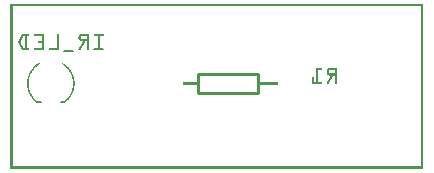
<source format=gbo>
G04 MADE WITH FRITZING*
G04 WWW.FRITZING.ORG*
G04 DOUBLE SIDED*
G04 HOLES PLATED*
G04 CONTOUR ON CENTER OF CONTOUR VECTOR*
%ASAXBY*%
%FSLAX23Y23*%
%MOIN*%
%OFA0B0*%
%SFA1.0B1.0*%
%ADD10C,0.010000*%
%ADD11R,0.001000X0.001000*%
%LNSILK0*%
G90*
G70*
G54D10*
X826Y318D02*
X626Y318D01*
D02*
X626Y318D02*
X626Y252D01*
D02*
X626Y252D02*
X826Y252D01*
D02*
X826Y252D02*
X826Y318D01*
G54D11*
X0Y551D02*
X1376Y551D01*
X0Y550D02*
X1376Y550D01*
X0Y549D02*
X1376Y549D01*
X0Y548D02*
X1376Y548D01*
X0Y547D02*
X1376Y547D01*
X0Y546D02*
X1376Y546D01*
X0Y545D02*
X1376Y545D01*
X0Y544D02*
X1376Y544D01*
X0Y543D02*
X7Y543D01*
X1369Y543D02*
X1376Y543D01*
X0Y542D02*
X7Y542D01*
X1369Y542D02*
X1376Y542D01*
X0Y541D02*
X7Y541D01*
X1369Y541D02*
X1376Y541D01*
X0Y540D02*
X7Y540D01*
X1369Y540D02*
X1376Y540D01*
X0Y539D02*
X7Y539D01*
X1369Y539D02*
X1376Y539D01*
X0Y538D02*
X7Y538D01*
X1369Y538D02*
X1376Y538D01*
X0Y537D02*
X7Y537D01*
X1369Y537D02*
X1376Y537D01*
X0Y536D02*
X7Y536D01*
X1369Y536D02*
X1376Y536D01*
X0Y535D02*
X7Y535D01*
X1369Y535D02*
X1376Y535D01*
X0Y534D02*
X7Y534D01*
X1369Y534D02*
X1376Y534D01*
X0Y533D02*
X7Y533D01*
X1369Y533D02*
X1376Y533D01*
X0Y532D02*
X7Y532D01*
X1369Y532D02*
X1376Y532D01*
X0Y531D02*
X7Y531D01*
X1369Y531D02*
X1376Y531D01*
X0Y530D02*
X7Y530D01*
X1369Y530D02*
X1376Y530D01*
X0Y529D02*
X7Y529D01*
X1369Y529D02*
X1376Y529D01*
X0Y528D02*
X7Y528D01*
X1369Y528D02*
X1376Y528D01*
X0Y527D02*
X7Y527D01*
X1369Y527D02*
X1376Y527D01*
X0Y526D02*
X7Y526D01*
X1369Y526D02*
X1376Y526D01*
X0Y525D02*
X7Y525D01*
X1369Y525D02*
X1376Y525D01*
X0Y524D02*
X7Y524D01*
X1369Y524D02*
X1376Y524D01*
X0Y523D02*
X7Y523D01*
X1369Y523D02*
X1376Y523D01*
X0Y522D02*
X7Y522D01*
X1369Y522D02*
X1376Y522D01*
X0Y521D02*
X7Y521D01*
X1369Y521D02*
X1376Y521D01*
X0Y520D02*
X7Y520D01*
X1369Y520D02*
X1376Y520D01*
X0Y519D02*
X7Y519D01*
X1369Y519D02*
X1376Y519D01*
X0Y518D02*
X7Y518D01*
X1369Y518D02*
X1376Y518D01*
X0Y517D02*
X7Y517D01*
X1369Y517D02*
X1376Y517D01*
X0Y516D02*
X7Y516D01*
X1369Y516D02*
X1376Y516D01*
X0Y515D02*
X7Y515D01*
X1369Y515D02*
X1376Y515D01*
X0Y514D02*
X7Y514D01*
X1369Y514D02*
X1376Y514D01*
X0Y513D02*
X7Y513D01*
X1369Y513D02*
X1376Y513D01*
X0Y512D02*
X7Y512D01*
X1369Y512D02*
X1376Y512D01*
X0Y511D02*
X7Y511D01*
X1369Y511D02*
X1376Y511D01*
X0Y510D02*
X7Y510D01*
X1369Y510D02*
X1376Y510D01*
X0Y509D02*
X7Y509D01*
X1369Y509D02*
X1376Y509D01*
X0Y508D02*
X7Y508D01*
X1369Y508D02*
X1376Y508D01*
X0Y507D02*
X7Y507D01*
X1369Y507D02*
X1376Y507D01*
X0Y506D02*
X7Y506D01*
X1369Y506D02*
X1376Y506D01*
X0Y505D02*
X7Y505D01*
X1369Y505D02*
X1376Y505D01*
X0Y504D02*
X7Y504D01*
X1369Y504D02*
X1376Y504D01*
X0Y503D02*
X7Y503D01*
X1369Y503D02*
X1376Y503D01*
X0Y502D02*
X7Y502D01*
X1369Y502D02*
X1376Y502D01*
X0Y501D02*
X7Y501D01*
X1369Y501D02*
X1376Y501D01*
X0Y500D02*
X7Y500D01*
X1369Y500D02*
X1376Y500D01*
X0Y499D02*
X7Y499D01*
X1369Y499D02*
X1376Y499D01*
X0Y498D02*
X7Y498D01*
X1369Y498D02*
X1376Y498D01*
X0Y497D02*
X7Y497D01*
X1369Y497D02*
X1376Y497D01*
X0Y496D02*
X7Y496D01*
X1369Y496D02*
X1376Y496D01*
X0Y495D02*
X7Y495D01*
X1369Y495D02*
X1376Y495D01*
X0Y494D02*
X7Y494D01*
X1369Y494D02*
X1376Y494D01*
X0Y493D02*
X7Y493D01*
X1369Y493D02*
X1376Y493D01*
X0Y492D02*
X7Y492D01*
X1369Y492D02*
X1376Y492D01*
X0Y491D02*
X7Y491D01*
X1369Y491D02*
X1376Y491D01*
X0Y490D02*
X7Y490D01*
X1369Y490D02*
X1376Y490D01*
X0Y489D02*
X7Y489D01*
X1369Y489D02*
X1376Y489D01*
X0Y488D02*
X7Y488D01*
X1369Y488D02*
X1376Y488D01*
X0Y487D02*
X7Y487D01*
X1369Y487D02*
X1376Y487D01*
X0Y486D02*
X7Y486D01*
X1369Y486D02*
X1376Y486D01*
X0Y485D02*
X7Y485D01*
X1369Y485D02*
X1376Y485D01*
X0Y484D02*
X7Y484D01*
X1369Y484D02*
X1376Y484D01*
X0Y483D02*
X7Y483D01*
X1369Y483D02*
X1376Y483D01*
X0Y482D02*
X7Y482D01*
X1369Y482D02*
X1376Y482D01*
X0Y481D02*
X7Y481D01*
X1369Y481D02*
X1376Y481D01*
X0Y480D02*
X7Y480D01*
X1369Y480D02*
X1376Y480D01*
X0Y479D02*
X7Y479D01*
X1369Y479D02*
X1376Y479D01*
X0Y478D02*
X7Y478D01*
X1369Y478D02*
X1376Y478D01*
X0Y477D02*
X7Y477D01*
X1369Y477D02*
X1376Y477D01*
X0Y476D02*
X7Y476D01*
X1369Y476D02*
X1376Y476D01*
X0Y475D02*
X7Y475D01*
X1369Y475D02*
X1376Y475D01*
X0Y474D02*
X7Y474D01*
X1369Y474D02*
X1376Y474D01*
X0Y473D02*
X7Y473D01*
X1369Y473D02*
X1376Y473D01*
X0Y472D02*
X7Y472D01*
X1369Y472D02*
X1376Y472D01*
X0Y471D02*
X7Y471D01*
X1369Y471D02*
X1376Y471D01*
X0Y470D02*
X7Y470D01*
X1369Y470D02*
X1376Y470D01*
X0Y469D02*
X7Y469D01*
X1369Y469D02*
X1376Y469D01*
X0Y468D02*
X7Y468D01*
X1369Y468D02*
X1376Y468D01*
X0Y467D02*
X7Y467D01*
X1369Y467D02*
X1376Y467D01*
X0Y466D02*
X7Y466D01*
X1369Y466D02*
X1376Y466D01*
X0Y465D02*
X7Y465D01*
X1369Y465D02*
X1376Y465D01*
X0Y464D02*
X7Y464D01*
X1369Y464D02*
X1376Y464D01*
X0Y463D02*
X7Y463D01*
X1369Y463D02*
X1376Y463D01*
X0Y462D02*
X7Y462D01*
X1369Y462D02*
X1376Y462D01*
X0Y461D02*
X7Y461D01*
X1369Y461D02*
X1376Y461D01*
X0Y460D02*
X7Y460D01*
X1369Y460D02*
X1376Y460D01*
X0Y459D02*
X7Y459D01*
X1369Y459D02*
X1376Y459D01*
X0Y458D02*
X7Y458D01*
X1369Y458D02*
X1376Y458D01*
X0Y457D02*
X7Y457D01*
X1369Y457D02*
X1376Y457D01*
X0Y456D02*
X7Y456D01*
X1369Y456D02*
X1376Y456D01*
X0Y455D02*
X7Y455D01*
X1369Y455D02*
X1376Y455D01*
X0Y454D02*
X7Y454D01*
X1369Y454D02*
X1376Y454D01*
X0Y453D02*
X7Y453D01*
X1369Y453D02*
X1376Y453D01*
X0Y452D02*
X7Y452D01*
X1369Y452D02*
X1376Y452D01*
X0Y451D02*
X7Y451D01*
X1369Y451D02*
X1376Y451D01*
X0Y450D02*
X7Y450D01*
X1369Y450D02*
X1376Y450D01*
X0Y449D02*
X7Y449D01*
X41Y449D02*
X60Y449D01*
X79Y449D02*
X111Y449D01*
X156Y449D02*
X160Y449D01*
X233Y449D02*
X261Y449D01*
X278Y449D02*
X310Y449D01*
X1369Y449D02*
X1376Y449D01*
X0Y448D02*
X7Y448D01*
X40Y448D02*
X60Y448D01*
X78Y448D02*
X111Y448D01*
X155Y448D02*
X160Y448D01*
X232Y448D02*
X261Y448D01*
X278Y448D02*
X310Y448D01*
X1369Y448D02*
X1376Y448D01*
X0Y447D02*
X7Y447D01*
X38Y447D02*
X61Y447D01*
X77Y447D02*
X111Y447D01*
X155Y447D02*
X161Y447D01*
X231Y447D02*
X261Y447D01*
X277Y447D02*
X311Y447D01*
X1369Y447D02*
X1376Y447D01*
X0Y446D02*
X7Y446D01*
X37Y446D02*
X61Y446D01*
X77Y446D02*
X111Y446D01*
X155Y446D02*
X161Y446D01*
X230Y446D02*
X261Y446D01*
X277Y446D02*
X311Y446D01*
X1369Y446D02*
X1376Y446D01*
X0Y445D02*
X7Y445D01*
X37Y445D02*
X61Y445D01*
X78Y445D02*
X111Y445D01*
X155Y445D02*
X161Y445D01*
X229Y445D02*
X261Y445D01*
X278Y445D02*
X310Y445D01*
X1369Y445D02*
X1376Y445D01*
X0Y444D02*
X7Y444D01*
X36Y444D02*
X60Y444D01*
X78Y444D02*
X111Y444D01*
X155Y444D02*
X161Y444D01*
X228Y444D02*
X261Y444D01*
X278Y444D02*
X310Y444D01*
X1369Y444D02*
X1376Y444D01*
X0Y443D02*
X7Y443D01*
X36Y443D02*
X58Y443D01*
X81Y443D02*
X111Y443D01*
X155Y443D02*
X161Y443D01*
X228Y443D02*
X261Y443D01*
X280Y443D02*
X308Y443D01*
X1369Y443D02*
X1376Y443D01*
X0Y442D02*
X7Y442D01*
X35Y442D02*
X42Y442D01*
X48Y442D02*
X54Y442D01*
X105Y442D02*
X111Y442D01*
X155Y442D02*
X161Y442D01*
X228Y442D02*
X234Y442D01*
X255Y442D02*
X261Y442D01*
X291Y442D02*
X297Y442D01*
X1369Y442D02*
X1376Y442D01*
X0Y441D02*
X7Y441D01*
X35Y441D02*
X41Y441D01*
X48Y441D02*
X54Y441D01*
X105Y441D02*
X111Y441D01*
X155Y441D02*
X161Y441D01*
X227Y441D02*
X234Y441D01*
X255Y441D02*
X261Y441D01*
X291Y441D02*
X297Y441D01*
X1369Y441D02*
X1376Y441D01*
X0Y440D02*
X7Y440D01*
X34Y440D02*
X41Y440D01*
X48Y440D02*
X54Y440D01*
X105Y440D02*
X111Y440D01*
X155Y440D02*
X161Y440D01*
X227Y440D02*
X233Y440D01*
X255Y440D02*
X261Y440D01*
X291Y440D02*
X297Y440D01*
X1369Y440D02*
X1376Y440D01*
X0Y439D02*
X7Y439D01*
X34Y439D02*
X40Y439D01*
X48Y439D02*
X54Y439D01*
X105Y439D02*
X111Y439D01*
X155Y439D02*
X161Y439D01*
X227Y439D02*
X233Y439D01*
X255Y439D02*
X261Y439D01*
X291Y439D02*
X297Y439D01*
X1369Y439D02*
X1376Y439D01*
X0Y438D02*
X7Y438D01*
X33Y438D02*
X40Y438D01*
X48Y438D02*
X54Y438D01*
X105Y438D02*
X111Y438D01*
X155Y438D02*
X161Y438D01*
X227Y438D02*
X233Y438D01*
X255Y438D02*
X261Y438D01*
X291Y438D02*
X297Y438D01*
X1369Y438D02*
X1376Y438D01*
X0Y437D02*
X7Y437D01*
X33Y437D02*
X39Y437D01*
X48Y437D02*
X54Y437D01*
X105Y437D02*
X111Y437D01*
X155Y437D02*
X161Y437D01*
X227Y437D02*
X233Y437D01*
X255Y437D02*
X261Y437D01*
X291Y437D02*
X297Y437D01*
X1369Y437D02*
X1376Y437D01*
X0Y436D02*
X7Y436D01*
X32Y436D02*
X39Y436D01*
X48Y436D02*
X54Y436D01*
X105Y436D02*
X111Y436D01*
X155Y436D02*
X161Y436D01*
X227Y436D02*
X233Y436D01*
X255Y436D02*
X261Y436D01*
X291Y436D02*
X297Y436D01*
X1369Y436D02*
X1376Y436D01*
X0Y435D02*
X7Y435D01*
X32Y435D02*
X38Y435D01*
X48Y435D02*
X54Y435D01*
X105Y435D02*
X111Y435D01*
X155Y435D02*
X161Y435D01*
X227Y435D02*
X233Y435D01*
X255Y435D02*
X261Y435D01*
X291Y435D02*
X297Y435D01*
X1369Y435D02*
X1376Y435D01*
X0Y434D02*
X7Y434D01*
X31Y434D02*
X38Y434D01*
X48Y434D02*
X54Y434D01*
X105Y434D02*
X111Y434D01*
X155Y434D02*
X161Y434D01*
X227Y434D02*
X234Y434D01*
X255Y434D02*
X261Y434D01*
X291Y434D02*
X297Y434D01*
X1369Y434D02*
X1376Y434D01*
X0Y433D02*
X7Y433D01*
X31Y433D02*
X37Y433D01*
X48Y433D02*
X54Y433D01*
X105Y433D02*
X111Y433D01*
X155Y433D02*
X161Y433D01*
X228Y433D02*
X235Y433D01*
X255Y433D02*
X261Y433D01*
X291Y433D02*
X297Y433D01*
X1369Y433D02*
X1376Y433D01*
X0Y432D02*
X7Y432D01*
X30Y432D02*
X37Y432D01*
X48Y432D02*
X54Y432D01*
X105Y432D02*
X111Y432D01*
X155Y432D02*
X161Y432D01*
X228Y432D02*
X261Y432D01*
X291Y432D02*
X297Y432D01*
X1369Y432D02*
X1376Y432D01*
X0Y431D02*
X7Y431D01*
X30Y431D02*
X36Y431D01*
X48Y431D02*
X54Y431D01*
X105Y431D02*
X111Y431D01*
X155Y431D02*
X161Y431D01*
X228Y431D02*
X261Y431D01*
X291Y431D02*
X297Y431D01*
X1369Y431D02*
X1376Y431D01*
X0Y430D02*
X7Y430D01*
X29Y430D02*
X36Y430D01*
X48Y430D02*
X54Y430D01*
X105Y430D02*
X111Y430D01*
X155Y430D02*
X161Y430D01*
X229Y430D02*
X261Y430D01*
X291Y430D02*
X297Y430D01*
X1369Y430D02*
X1376Y430D01*
X0Y429D02*
X7Y429D01*
X29Y429D02*
X35Y429D01*
X48Y429D02*
X54Y429D01*
X105Y429D02*
X111Y429D01*
X155Y429D02*
X161Y429D01*
X230Y429D02*
X261Y429D01*
X291Y429D02*
X297Y429D01*
X1369Y429D02*
X1376Y429D01*
X0Y428D02*
X7Y428D01*
X28Y428D02*
X35Y428D01*
X48Y428D02*
X54Y428D01*
X105Y428D02*
X111Y428D01*
X155Y428D02*
X161Y428D01*
X231Y428D02*
X261Y428D01*
X291Y428D02*
X297Y428D01*
X1369Y428D02*
X1376Y428D01*
X0Y427D02*
X7Y427D01*
X28Y427D02*
X34Y427D01*
X48Y427D02*
X54Y427D01*
X105Y427D02*
X111Y427D01*
X155Y427D02*
X161Y427D01*
X232Y427D02*
X261Y427D01*
X291Y427D02*
X297Y427D01*
X1369Y427D02*
X1376Y427D01*
X0Y426D02*
X7Y426D01*
X28Y426D02*
X34Y426D01*
X48Y426D02*
X54Y426D01*
X93Y426D02*
X111Y426D01*
X155Y426D02*
X161Y426D01*
X234Y426D02*
X261Y426D01*
X291Y426D02*
X297Y426D01*
X1369Y426D02*
X1376Y426D01*
X0Y425D02*
X7Y425D01*
X27Y425D02*
X34Y425D01*
X48Y425D02*
X54Y425D01*
X92Y425D02*
X111Y425D01*
X155Y425D02*
X161Y425D01*
X241Y425D02*
X249Y425D01*
X255Y425D02*
X261Y425D01*
X291Y425D02*
X297Y425D01*
X1369Y425D02*
X1376Y425D01*
X0Y424D02*
X7Y424D01*
X27Y424D02*
X33Y424D01*
X48Y424D02*
X54Y424D01*
X91Y424D02*
X111Y424D01*
X155Y424D02*
X161Y424D01*
X241Y424D02*
X248Y424D01*
X255Y424D02*
X261Y424D01*
X291Y424D02*
X297Y424D01*
X1369Y424D02*
X1376Y424D01*
X0Y423D02*
X7Y423D01*
X27Y423D02*
X33Y423D01*
X48Y423D02*
X54Y423D01*
X91Y423D02*
X111Y423D01*
X155Y423D02*
X161Y423D01*
X240Y423D02*
X248Y423D01*
X255Y423D02*
X261Y423D01*
X291Y423D02*
X297Y423D01*
X1369Y423D02*
X1376Y423D01*
X0Y422D02*
X7Y422D01*
X27Y422D02*
X33Y422D01*
X48Y422D02*
X54Y422D01*
X91Y422D02*
X111Y422D01*
X155Y422D02*
X161Y422D01*
X240Y422D02*
X247Y422D01*
X255Y422D02*
X261Y422D01*
X291Y422D02*
X297Y422D01*
X1369Y422D02*
X1376Y422D01*
X0Y421D02*
X7Y421D01*
X27Y421D02*
X34Y421D01*
X48Y421D02*
X54Y421D01*
X92Y421D02*
X111Y421D01*
X155Y421D02*
X161Y421D01*
X239Y421D02*
X246Y421D01*
X255Y421D02*
X261Y421D01*
X291Y421D02*
X297Y421D01*
X1369Y421D02*
X1376Y421D01*
X0Y420D02*
X7Y420D01*
X28Y420D02*
X34Y420D01*
X48Y420D02*
X54Y420D01*
X93Y420D02*
X111Y420D01*
X155Y420D02*
X161Y420D01*
X239Y420D02*
X246Y420D01*
X255Y420D02*
X261Y420D01*
X291Y420D02*
X297Y420D01*
X1369Y420D02*
X1376Y420D01*
X0Y419D02*
X7Y419D01*
X28Y419D02*
X34Y419D01*
X48Y419D02*
X54Y419D01*
X105Y419D02*
X111Y419D01*
X155Y419D02*
X161Y419D01*
X238Y419D02*
X245Y419D01*
X255Y419D02*
X261Y419D01*
X291Y419D02*
X297Y419D01*
X1369Y419D02*
X1376Y419D01*
X0Y418D02*
X7Y418D01*
X28Y418D02*
X35Y418D01*
X48Y418D02*
X54Y418D01*
X105Y418D02*
X111Y418D01*
X155Y418D02*
X161Y418D01*
X238Y418D02*
X245Y418D01*
X255Y418D02*
X261Y418D01*
X291Y418D02*
X297Y418D01*
X1369Y418D02*
X1376Y418D01*
X0Y417D02*
X7Y417D01*
X29Y417D02*
X35Y417D01*
X48Y417D02*
X54Y417D01*
X105Y417D02*
X111Y417D01*
X155Y417D02*
X161Y417D01*
X237Y417D02*
X244Y417D01*
X255Y417D02*
X261Y417D01*
X291Y417D02*
X297Y417D01*
X1369Y417D02*
X1376Y417D01*
X0Y416D02*
X7Y416D01*
X29Y416D02*
X36Y416D01*
X48Y416D02*
X54Y416D01*
X105Y416D02*
X111Y416D01*
X155Y416D02*
X161Y416D01*
X236Y416D02*
X244Y416D01*
X255Y416D02*
X261Y416D01*
X291Y416D02*
X297Y416D01*
X1369Y416D02*
X1376Y416D01*
X0Y415D02*
X7Y415D01*
X29Y415D02*
X36Y415D01*
X48Y415D02*
X54Y415D01*
X105Y415D02*
X111Y415D01*
X155Y415D02*
X161Y415D01*
X236Y415D02*
X243Y415D01*
X255Y415D02*
X261Y415D01*
X291Y415D02*
X297Y415D01*
X1369Y415D02*
X1376Y415D01*
X0Y414D02*
X7Y414D01*
X30Y414D02*
X37Y414D01*
X48Y414D02*
X54Y414D01*
X105Y414D02*
X111Y414D01*
X155Y414D02*
X161Y414D01*
X235Y414D02*
X242Y414D01*
X255Y414D02*
X261Y414D01*
X291Y414D02*
X297Y414D01*
X1369Y414D02*
X1376Y414D01*
X0Y413D02*
X7Y413D01*
X30Y413D02*
X37Y413D01*
X48Y413D02*
X54Y413D01*
X105Y413D02*
X111Y413D01*
X155Y413D02*
X161Y413D01*
X235Y413D02*
X242Y413D01*
X255Y413D02*
X261Y413D01*
X291Y413D02*
X297Y413D01*
X1369Y413D02*
X1376Y413D01*
X0Y412D02*
X7Y412D01*
X31Y412D02*
X38Y412D01*
X48Y412D02*
X54Y412D01*
X105Y412D02*
X111Y412D01*
X155Y412D02*
X161Y412D01*
X234Y412D02*
X241Y412D01*
X255Y412D02*
X261Y412D01*
X291Y412D02*
X297Y412D01*
X1369Y412D02*
X1376Y412D01*
X0Y411D02*
X7Y411D01*
X31Y411D02*
X38Y411D01*
X48Y411D02*
X54Y411D01*
X105Y411D02*
X111Y411D01*
X155Y411D02*
X161Y411D01*
X233Y411D02*
X241Y411D01*
X255Y411D02*
X261Y411D01*
X291Y411D02*
X297Y411D01*
X1369Y411D02*
X1376Y411D01*
X0Y410D02*
X7Y410D01*
X32Y410D02*
X39Y410D01*
X48Y410D02*
X54Y410D01*
X105Y410D02*
X111Y410D01*
X155Y410D02*
X161Y410D01*
X233Y410D02*
X240Y410D01*
X255Y410D02*
X261Y410D01*
X291Y410D02*
X297Y410D01*
X1369Y410D02*
X1376Y410D01*
X0Y409D02*
X7Y409D01*
X32Y409D02*
X39Y409D01*
X48Y409D02*
X54Y409D01*
X105Y409D02*
X111Y409D01*
X155Y409D02*
X161Y409D01*
X232Y409D02*
X239Y409D01*
X255Y409D02*
X261Y409D01*
X291Y409D02*
X297Y409D01*
X1369Y409D02*
X1376Y409D01*
X0Y408D02*
X7Y408D01*
X33Y408D02*
X40Y408D01*
X48Y408D02*
X54Y408D01*
X105Y408D02*
X111Y408D01*
X155Y408D02*
X161Y408D01*
X232Y408D02*
X239Y408D01*
X255Y408D02*
X261Y408D01*
X291Y408D02*
X297Y408D01*
X1369Y408D02*
X1376Y408D01*
X0Y407D02*
X7Y407D01*
X33Y407D02*
X40Y407D01*
X48Y407D02*
X54Y407D01*
X105Y407D02*
X111Y407D01*
X155Y407D02*
X161Y407D01*
X231Y407D02*
X238Y407D01*
X255Y407D02*
X261Y407D01*
X291Y407D02*
X297Y407D01*
X1369Y407D02*
X1376Y407D01*
X0Y406D02*
X7Y406D01*
X34Y406D02*
X41Y406D01*
X48Y406D02*
X54Y406D01*
X105Y406D02*
X111Y406D01*
X155Y406D02*
X161Y406D01*
X231Y406D02*
X238Y406D01*
X255Y406D02*
X261Y406D01*
X291Y406D02*
X297Y406D01*
X1369Y406D02*
X1376Y406D01*
X0Y405D02*
X7Y405D01*
X34Y405D02*
X41Y405D01*
X48Y405D02*
X54Y405D01*
X105Y405D02*
X111Y405D01*
X155Y405D02*
X161Y405D01*
X230Y405D02*
X237Y405D01*
X255Y405D02*
X261Y405D01*
X291Y405D02*
X297Y405D01*
X1369Y405D02*
X1376Y405D01*
X0Y404D02*
X7Y404D01*
X35Y404D02*
X42Y404D01*
X48Y404D02*
X54Y404D01*
X105Y404D02*
X111Y404D01*
X155Y404D02*
X161Y404D01*
X229Y404D02*
X237Y404D01*
X255Y404D02*
X261Y404D01*
X291Y404D02*
X297Y404D01*
X1369Y404D02*
X1376Y404D01*
X0Y403D02*
X7Y403D01*
X35Y403D02*
X43Y403D01*
X48Y403D02*
X54Y403D01*
X105Y403D02*
X111Y403D01*
X155Y403D02*
X161Y403D01*
X229Y403D02*
X236Y403D01*
X255Y403D02*
X261Y403D01*
X291Y403D02*
X297Y403D01*
X1369Y403D02*
X1376Y403D01*
X0Y402D02*
X7Y402D01*
X36Y402D02*
X60Y402D01*
X79Y402D02*
X111Y402D01*
X129Y402D02*
X161Y402D01*
X228Y402D02*
X235Y402D01*
X255Y402D02*
X261Y402D01*
X279Y402D02*
X309Y402D01*
X1369Y402D02*
X1376Y402D01*
X0Y401D02*
X7Y401D01*
X36Y401D02*
X60Y401D01*
X78Y401D02*
X111Y401D01*
X128Y401D02*
X161Y401D01*
X228Y401D02*
X235Y401D01*
X255Y401D02*
X261Y401D01*
X278Y401D02*
X310Y401D01*
X1369Y401D02*
X1376Y401D01*
X0Y400D02*
X7Y400D01*
X37Y400D02*
X61Y400D01*
X77Y400D02*
X111Y400D01*
X127Y400D02*
X161Y400D01*
X227Y400D02*
X234Y400D01*
X255Y400D02*
X261Y400D01*
X277Y400D02*
X311Y400D01*
X1369Y400D02*
X1376Y400D01*
X0Y399D02*
X7Y399D01*
X38Y399D02*
X61Y399D01*
X77Y399D02*
X111Y399D01*
X127Y399D02*
X161Y399D01*
X227Y399D02*
X234Y399D01*
X255Y399D02*
X261Y399D01*
X277Y399D02*
X311Y399D01*
X1369Y399D02*
X1376Y399D01*
X0Y398D02*
X7Y398D01*
X39Y398D02*
X61Y398D01*
X78Y398D02*
X111Y398D01*
X128Y398D02*
X161Y398D01*
X227Y398D02*
X233Y398D01*
X255Y398D02*
X260Y398D01*
X277Y398D02*
X310Y398D01*
X1369Y398D02*
X1376Y398D01*
X0Y397D02*
X7Y397D01*
X41Y397D02*
X60Y397D01*
X78Y397D02*
X111Y397D01*
X128Y397D02*
X161Y397D01*
X228Y397D02*
X232Y397D01*
X256Y397D02*
X260Y397D01*
X278Y397D02*
X310Y397D01*
X1369Y397D02*
X1376Y397D01*
X0Y396D02*
X7Y396D01*
X44Y396D02*
X58Y396D01*
X80Y396D02*
X111Y396D01*
X130Y396D02*
X161Y396D01*
X230Y396D02*
X231Y396D01*
X257Y396D02*
X258Y396D01*
X280Y396D02*
X308Y396D01*
X1369Y396D02*
X1376Y396D01*
X0Y395D02*
X7Y395D01*
X179Y395D02*
X209Y395D01*
X1369Y395D02*
X1376Y395D01*
X0Y394D02*
X7Y394D01*
X178Y394D02*
X210Y394D01*
X1369Y394D02*
X1376Y394D01*
X0Y393D02*
X7Y393D01*
X177Y393D02*
X211Y393D01*
X1369Y393D02*
X1376Y393D01*
X0Y392D02*
X7Y392D01*
X177Y392D02*
X211Y392D01*
X1369Y392D02*
X1376Y392D01*
X0Y391D02*
X7Y391D01*
X178Y391D02*
X210Y391D01*
X1369Y391D02*
X1376Y391D01*
X0Y390D02*
X7Y390D01*
X178Y390D02*
X210Y390D01*
X1369Y390D02*
X1376Y390D01*
X0Y389D02*
X7Y389D01*
X180Y389D02*
X208Y389D01*
X1369Y389D02*
X1376Y389D01*
X0Y388D02*
X7Y388D01*
X1369Y388D02*
X1376Y388D01*
X0Y387D02*
X7Y387D01*
X1369Y387D02*
X1376Y387D01*
X0Y386D02*
X7Y386D01*
X1369Y386D02*
X1376Y386D01*
X0Y385D02*
X7Y385D01*
X1369Y385D02*
X1376Y385D01*
X0Y384D02*
X7Y384D01*
X1369Y384D02*
X1376Y384D01*
X0Y383D02*
X7Y383D01*
X1369Y383D02*
X1376Y383D01*
X0Y382D02*
X7Y382D01*
X1369Y382D02*
X1376Y382D01*
X0Y381D02*
X7Y381D01*
X1369Y381D02*
X1376Y381D01*
X0Y380D02*
X7Y380D01*
X1369Y380D02*
X1376Y380D01*
X0Y379D02*
X7Y379D01*
X1369Y379D02*
X1376Y379D01*
X0Y378D02*
X7Y378D01*
X1369Y378D02*
X1376Y378D01*
X0Y377D02*
X7Y377D01*
X1369Y377D02*
X1376Y377D01*
X0Y376D02*
X7Y376D01*
X1369Y376D02*
X1376Y376D01*
X0Y375D02*
X7Y375D01*
X1369Y375D02*
X1376Y375D01*
X0Y374D02*
X7Y374D01*
X1369Y374D02*
X1376Y374D01*
X0Y373D02*
X7Y373D01*
X1369Y373D02*
X1376Y373D01*
X0Y372D02*
X7Y372D01*
X1369Y372D02*
X1376Y372D01*
X0Y371D02*
X7Y371D01*
X1369Y371D02*
X1376Y371D01*
X0Y370D02*
X7Y370D01*
X1369Y370D02*
X1376Y370D01*
X0Y369D02*
X7Y369D01*
X1369Y369D02*
X1376Y369D01*
X0Y368D02*
X7Y368D01*
X1369Y368D02*
X1376Y368D01*
X0Y367D02*
X7Y367D01*
X1369Y367D02*
X1376Y367D01*
X0Y366D02*
X7Y366D01*
X1369Y366D02*
X1376Y366D01*
X0Y365D02*
X7Y365D01*
X1369Y365D02*
X1376Y365D01*
X0Y364D02*
X7Y364D01*
X1369Y364D02*
X1376Y364D01*
X0Y363D02*
X7Y363D01*
X1369Y363D02*
X1376Y363D01*
X0Y362D02*
X7Y362D01*
X1369Y362D02*
X1376Y362D01*
X0Y361D02*
X7Y361D01*
X1369Y361D02*
X1376Y361D01*
X0Y360D02*
X7Y360D01*
X1369Y360D02*
X1376Y360D01*
X0Y359D02*
X7Y359D01*
X1369Y359D02*
X1376Y359D01*
X0Y358D02*
X7Y358D01*
X1369Y358D02*
X1376Y358D01*
X0Y357D02*
X7Y357D01*
X1369Y357D02*
X1376Y357D01*
X0Y356D02*
X7Y356D01*
X1369Y356D02*
X1376Y356D01*
X0Y355D02*
X7Y355D01*
X1369Y355D02*
X1376Y355D01*
X0Y354D02*
X7Y354D01*
X1369Y354D02*
X1376Y354D01*
X0Y353D02*
X7Y353D01*
X94Y353D02*
X97Y353D01*
X173Y353D02*
X174Y353D01*
X1369Y353D02*
X1376Y353D01*
X0Y352D02*
X7Y352D01*
X93Y352D02*
X97Y352D01*
X172Y352D02*
X176Y352D01*
X1369Y352D02*
X1376Y352D01*
X0Y351D02*
X7Y351D01*
X91Y351D02*
X97Y351D01*
X172Y351D02*
X178Y351D01*
X1369Y351D02*
X1376Y351D01*
X0Y350D02*
X7Y350D01*
X90Y350D02*
X97Y350D01*
X172Y350D02*
X179Y350D01*
X1369Y350D02*
X1376Y350D01*
X0Y349D02*
X7Y349D01*
X88Y349D02*
X97Y349D01*
X173Y349D02*
X181Y349D01*
X1369Y349D02*
X1376Y349D01*
X0Y348D02*
X7Y348D01*
X87Y348D02*
X95Y348D01*
X174Y348D02*
X182Y348D01*
X1369Y348D02*
X1376Y348D01*
X0Y347D02*
X7Y347D01*
X86Y347D02*
X93Y347D01*
X175Y347D02*
X183Y347D01*
X1369Y347D02*
X1376Y347D01*
X0Y346D02*
X7Y346D01*
X85Y346D02*
X92Y346D01*
X177Y346D02*
X184Y346D01*
X1369Y346D02*
X1376Y346D01*
X0Y345D02*
X7Y345D01*
X83Y345D02*
X91Y345D01*
X178Y345D02*
X186Y345D01*
X1369Y345D02*
X1376Y345D01*
X0Y344D02*
X7Y344D01*
X82Y344D02*
X89Y344D01*
X180Y344D02*
X187Y344D01*
X1369Y344D02*
X1376Y344D01*
X0Y343D02*
X7Y343D01*
X81Y343D02*
X88Y343D01*
X181Y343D02*
X188Y343D01*
X1369Y343D02*
X1376Y343D01*
X0Y342D02*
X7Y342D01*
X80Y342D02*
X87Y342D01*
X182Y342D02*
X189Y342D01*
X1369Y342D02*
X1376Y342D01*
X0Y341D02*
X7Y341D01*
X79Y341D02*
X86Y341D01*
X183Y341D02*
X190Y341D01*
X1369Y341D02*
X1376Y341D01*
X0Y340D02*
X7Y340D01*
X78Y340D02*
X84Y340D01*
X185Y340D02*
X191Y340D01*
X1369Y340D02*
X1376Y340D01*
X0Y339D02*
X7Y339D01*
X77Y339D02*
X83Y339D01*
X186Y339D02*
X192Y339D01*
X1369Y339D02*
X1376Y339D01*
X0Y338D02*
X7Y338D01*
X76Y338D02*
X82Y338D01*
X187Y338D02*
X193Y338D01*
X1369Y338D02*
X1376Y338D01*
X0Y337D02*
X7Y337D01*
X75Y337D02*
X81Y337D01*
X188Y337D02*
X194Y337D01*
X1369Y337D02*
X1376Y337D01*
X0Y336D02*
X7Y336D01*
X74Y336D02*
X80Y336D01*
X189Y336D02*
X194Y336D01*
X1018Y336D02*
X1036Y336D01*
X1062Y336D02*
X1088Y336D01*
X1369Y336D02*
X1376Y336D01*
X0Y335D02*
X7Y335D01*
X74Y335D02*
X79Y335D01*
X190Y335D02*
X195Y335D01*
X1018Y335D02*
X1037Y335D01*
X1060Y335D02*
X1088Y335D01*
X1369Y335D02*
X1376Y335D01*
X0Y334D02*
X7Y334D01*
X73Y334D02*
X78Y334D01*
X190Y334D02*
X196Y334D01*
X1018Y334D02*
X1038Y334D01*
X1058Y334D02*
X1088Y334D01*
X1369Y334D02*
X1376Y334D01*
X0Y333D02*
X7Y333D01*
X72Y333D02*
X78Y333D01*
X191Y333D02*
X197Y333D01*
X1018Y333D02*
X1038Y333D01*
X1057Y333D02*
X1088Y333D01*
X1369Y333D02*
X1376Y333D01*
X0Y332D02*
X7Y332D01*
X71Y332D02*
X77Y332D01*
X192Y332D02*
X198Y332D01*
X1018Y332D02*
X1038Y332D01*
X1056Y332D02*
X1088Y332D01*
X1369Y332D02*
X1376Y332D01*
X0Y331D02*
X7Y331D01*
X71Y331D02*
X76Y331D01*
X193Y331D02*
X198Y331D01*
X1018Y331D02*
X1037Y331D01*
X1056Y331D02*
X1088Y331D01*
X1369Y331D02*
X1376Y331D01*
X0Y330D02*
X7Y330D01*
X70Y330D02*
X75Y330D01*
X194Y330D02*
X199Y330D01*
X1018Y330D02*
X1036Y330D01*
X1055Y330D02*
X1088Y330D01*
X1369Y330D02*
X1376Y330D01*
X0Y329D02*
X7Y329D01*
X69Y329D02*
X74Y329D01*
X195Y329D02*
X200Y329D01*
X1018Y329D02*
X1024Y329D01*
X1055Y329D02*
X1062Y329D01*
X1082Y329D02*
X1088Y329D01*
X1369Y329D02*
X1376Y329D01*
X0Y328D02*
X7Y328D01*
X69Y328D02*
X74Y328D01*
X195Y328D02*
X200Y328D01*
X1018Y328D02*
X1024Y328D01*
X1054Y328D02*
X1061Y328D01*
X1082Y328D02*
X1088Y328D01*
X1369Y328D02*
X1376Y328D01*
X0Y327D02*
X7Y327D01*
X68Y327D02*
X73Y327D01*
X196Y327D02*
X201Y327D01*
X1018Y327D02*
X1024Y327D01*
X1054Y327D02*
X1060Y327D01*
X1082Y327D02*
X1088Y327D01*
X1369Y327D02*
X1376Y327D01*
X0Y326D02*
X7Y326D01*
X67Y326D02*
X72Y326D01*
X197Y326D02*
X202Y326D01*
X1018Y326D02*
X1024Y326D01*
X1054Y326D02*
X1060Y326D01*
X1082Y326D02*
X1088Y326D01*
X1369Y326D02*
X1376Y326D01*
X0Y325D02*
X7Y325D01*
X67Y325D02*
X72Y325D01*
X197Y325D02*
X202Y325D01*
X1018Y325D02*
X1024Y325D01*
X1054Y325D02*
X1060Y325D01*
X1082Y325D02*
X1088Y325D01*
X1369Y325D02*
X1376Y325D01*
X0Y324D02*
X7Y324D01*
X66Y324D02*
X71Y324D01*
X198Y324D02*
X203Y324D01*
X1018Y324D02*
X1024Y324D01*
X1054Y324D02*
X1060Y324D01*
X1082Y324D02*
X1088Y324D01*
X1369Y324D02*
X1376Y324D01*
X0Y323D02*
X7Y323D01*
X66Y323D02*
X70Y323D01*
X199Y323D02*
X203Y323D01*
X1018Y323D02*
X1024Y323D01*
X1054Y323D02*
X1060Y323D01*
X1082Y323D02*
X1088Y323D01*
X1369Y323D02*
X1376Y323D01*
X0Y322D02*
X7Y322D01*
X65Y322D02*
X70Y322D01*
X199Y322D02*
X204Y322D01*
X1018Y322D02*
X1024Y322D01*
X1054Y322D02*
X1060Y322D01*
X1082Y322D02*
X1088Y322D01*
X1369Y322D02*
X1376Y322D01*
X0Y321D02*
X7Y321D01*
X65Y321D02*
X69Y321D01*
X200Y321D02*
X204Y321D01*
X1018Y321D02*
X1024Y321D01*
X1054Y321D02*
X1060Y321D01*
X1082Y321D02*
X1088Y321D01*
X1369Y321D02*
X1376Y321D01*
X0Y320D02*
X7Y320D01*
X64Y320D02*
X69Y320D01*
X200Y320D02*
X205Y320D01*
X1018Y320D02*
X1024Y320D01*
X1054Y320D02*
X1061Y320D01*
X1082Y320D02*
X1088Y320D01*
X1369Y320D02*
X1376Y320D01*
X0Y319D02*
X7Y319D01*
X64Y319D02*
X68Y319D01*
X201Y319D02*
X206Y319D01*
X1018Y319D02*
X1024Y319D01*
X1055Y319D02*
X1062Y319D01*
X1082Y319D02*
X1088Y319D01*
X1369Y319D02*
X1376Y319D01*
X0Y318D02*
X7Y318D01*
X63Y318D02*
X68Y318D01*
X201Y318D02*
X206Y318D01*
X1018Y318D02*
X1024Y318D01*
X1055Y318D02*
X1088Y318D01*
X1369Y318D02*
X1376Y318D01*
X0Y317D02*
X7Y317D01*
X63Y317D02*
X67Y317D01*
X202Y317D02*
X206Y317D01*
X1018Y317D02*
X1024Y317D01*
X1056Y317D02*
X1088Y317D01*
X1369Y317D02*
X1376Y317D01*
X0Y316D02*
X7Y316D01*
X62Y316D02*
X66Y316D01*
X202Y316D02*
X207Y316D01*
X1018Y316D02*
X1024Y316D01*
X1056Y316D02*
X1088Y316D01*
X1369Y316D02*
X1376Y316D01*
X0Y315D02*
X7Y315D01*
X62Y315D02*
X66Y315D01*
X203Y315D02*
X207Y315D01*
X1018Y315D02*
X1024Y315D01*
X1057Y315D02*
X1088Y315D01*
X1369Y315D02*
X1376Y315D01*
X0Y314D02*
X7Y314D01*
X61Y314D02*
X66Y314D01*
X203Y314D02*
X208Y314D01*
X1018Y314D02*
X1024Y314D01*
X1058Y314D02*
X1088Y314D01*
X1369Y314D02*
X1376Y314D01*
X0Y313D02*
X7Y313D01*
X61Y313D02*
X65Y313D01*
X204Y313D02*
X208Y313D01*
X1018Y313D02*
X1024Y313D01*
X1060Y313D02*
X1088Y313D01*
X1369Y313D02*
X1376Y313D01*
X0Y312D02*
X7Y312D01*
X61Y312D02*
X65Y312D01*
X204Y312D02*
X208Y312D01*
X1018Y312D02*
X1024Y312D01*
X1062Y312D02*
X1088Y312D01*
X1369Y312D02*
X1376Y312D01*
X0Y311D02*
X7Y311D01*
X60Y311D02*
X64Y311D01*
X204Y311D02*
X209Y311D01*
X1018Y311D02*
X1024Y311D01*
X1068Y311D02*
X1076Y311D01*
X1082Y311D02*
X1088Y311D01*
X1369Y311D02*
X1376Y311D01*
X0Y310D02*
X7Y310D01*
X60Y310D02*
X64Y310D01*
X205Y310D02*
X209Y310D01*
X1018Y310D02*
X1024Y310D01*
X1068Y310D02*
X1075Y310D01*
X1082Y310D02*
X1088Y310D01*
X1369Y310D02*
X1376Y310D01*
X0Y309D02*
X7Y309D01*
X60Y309D02*
X64Y309D01*
X205Y309D02*
X209Y309D01*
X1018Y309D02*
X1024Y309D01*
X1067Y309D02*
X1074Y309D01*
X1082Y309D02*
X1088Y309D01*
X1369Y309D02*
X1376Y309D01*
X0Y308D02*
X7Y308D01*
X59Y308D02*
X63Y308D01*
X205Y308D02*
X210Y308D01*
X1018Y308D02*
X1024Y308D01*
X1067Y308D02*
X1074Y308D01*
X1082Y308D02*
X1088Y308D01*
X1369Y308D02*
X1376Y308D01*
X0Y307D02*
X7Y307D01*
X59Y307D02*
X63Y307D01*
X206Y307D02*
X210Y307D01*
X1018Y307D02*
X1024Y307D01*
X1066Y307D02*
X1073Y307D01*
X1082Y307D02*
X1088Y307D01*
X1369Y307D02*
X1376Y307D01*
X0Y306D02*
X7Y306D01*
X59Y306D02*
X63Y306D01*
X206Y306D02*
X210Y306D01*
X1005Y306D02*
X1009Y306D01*
X1018Y306D02*
X1024Y306D01*
X1065Y306D02*
X1073Y306D01*
X1082Y306D02*
X1088Y306D01*
X1369Y306D02*
X1376Y306D01*
X0Y305D02*
X7Y305D01*
X59Y305D02*
X62Y305D01*
X206Y305D02*
X211Y305D01*
X1005Y305D02*
X1010Y305D01*
X1018Y305D02*
X1024Y305D01*
X1065Y305D02*
X1072Y305D01*
X1082Y305D02*
X1088Y305D01*
X1369Y305D02*
X1376Y305D01*
X0Y304D02*
X7Y304D01*
X58Y304D02*
X62Y304D01*
X207Y304D02*
X211Y304D01*
X1004Y304D02*
X1010Y304D01*
X1018Y304D02*
X1024Y304D01*
X1064Y304D02*
X1071Y304D01*
X1082Y304D02*
X1088Y304D01*
X1369Y304D02*
X1376Y304D01*
X0Y303D02*
X7Y303D01*
X58Y303D02*
X62Y303D01*
X207Y303D02*
X211Y303D01*
X1004Y303D02*
X1010Y303D01*
X1018Y303D02*
X1024Y303D01*
X1064Y303D02*
X1071Y303D01*
X1082Y303D02*
X1088Y303D01*
X1369Y303D02*
X1376Y303D01*
X0Y302D02*
X7Y302D01*
X58Y302D02*
X62Y302D01*
X207Y302D02*
X211Y302D01*
X1004Y302D02*
X1010Y302D01*
X1018Y302D02*
X1024Y302D01*
X1063Y302D02*
X1070Y302D01*
X1082Y302D02*
X1088Y302D01*
X1369Y302D02*
X1376Y302D01*
X0Y301D02*
X7Y301D01*
X58Y301D02*
X61Y301D01*
X207Y301D02*
X211Y301D01*
X1004Y301D02*
X1010Y301D01*
X1018Y301D02*
X1024Y301D01*
X1063Y301D02*
X1070Y301D01*
X1082Y301D02*
X1088Y301D01*
X1369Y301D02*
X1376Y301D01*
X0Y300D02*
X7Y300D01*
X57Y300D02*
X61Y300D01*
X208Y300D02*
X212Y300D01*
X1004Y300D02*
X1010Y300D01*
X1018Y300D02*
X1024Y300D01*
X1062Y300D02*
X1069Y300D01*
X1082Y300D02*
X1088Y300D01*
X1369Y300D02*
X1376Y300D01*
X0Y299D02*
X7Y299D01*
X57Y299D02*
X61Y299D01*
X208Y299D02*
X212Y299D01*
X1004Y299D02*
X1010Y299D01*
X1018Y299D02*
X1024Y299D01*
X1061Y299D02*
X1069Y299D01*
X1082Y299D02*
X1088Y299D01*
X1369Y299D02*
X1376Y299D01*
X0Y298D02*
X7Y298D01*
X57Y298D02*
X61Y298D01*
X208Y298D02*
X212Y298D01*
X1004Y298D02*
X1010Y298D01*
X1018Y298D02*
X1024Y298D01*
X1061Y298D02*
X1068Y298D01*
X1082Y298D02*
X1088Y298D01*
X1369Y298D02*
X1376Y298D01*
X0Y297D02*
X7Y297D01*
X57Y297D02*
X61Y297D01*
X208Y297D02*
X212Y297D01*
X1004Y297D02*
X1010Y297D01*
X1018Y297D02*
X1024Y297D01*
X1060Y297D02*
X1067Y297D01*
X1082Y297D02*
X1088Y297D01*
X1369Y297D02*
X1376Y297D01*
X0Y296D02*
X7Y296D01*
X57Y296D02*
X60Y296D01*
X208Y296D02*
X212Y296D01*
X1004Y296D02*
X1010Y296D01*
X1018Y296D02*
X1024Y296D01*
X1060Y296D02*
X1067Y296D01*
X1082Y296D02*
X1088Y296D01*
X1369Y296D02*
X1376Y296D01*
X0Y295D02*
X7Y295D01*
X57Y295D02*
X60Y295D01*
X209Y295D02*
X212Y295D01*
X1004Y295D02*
X1010Y295D01*
X1018Y295D02*
X1024Y295D01*
X1059Y295D02*
X1066Y295D01*
X1082Y295D02*
X1088Y295D01*
X1369Y295D02*
X1376Y295D01*
X0Y294D02*
X7Y294D01*
X56Y294D02*
X60Y294D01*
X209Y294D02*
X213Y294D01*
X1004Y294D02*
X1010Y294D01*
X1018Y294D02*
X1024Y294D01*
X1058Y294D02*
X1066Y294D01*
X1082Y294D02*
X1088Y294D01*
X1369Y294D02*
X1376Y294D01*
X0Y293D02*
X7Y293D01*
X56Y293D02*
X60Y293D01*
X209Y293D02*
X213Y293D01*
X1004Y293D02*
X1010Y293D01*
X1018Y293D02*
X1024Y293D01*
X1058Y293D02*
X1065Y293D01*
X1082Y293D02*
X1088Y293D01*
X1369Y293D02*
X1376Y293D01*
X0Y292D02*
X7Y292D01*
X56Y292D02*
X60Y292D01*
X209Y292D02*
X213Y292D01*
X1004Y292D02*
X1010Y292D01*
X1018Y292D02*
X1024Y292D01*
X1057Y292D02*
X1064Y292D01*
X1082Y292D02*
X1088Y292D01*
X1369Y292D02*
X1376Y292D01*
X0Y291D02*
X7Y291D01*
X56Y291D02*
X60Y291D01*
X209Y291D02*
X213Y291D01*
X1004Y291D02*
X1010Y291D01*
X1018Y291D02*
X1024Y291D01*
X1057Y291D02*
X1064Y291D01*
X1082Y291D02*
X1088Y291D01*
X1369Y291D02*
X1376Y291D01*
X0Y290D02*
X7Y290D01*
X56Y290D02*
X60Y290D01*
X209Y290D02*
X213Y290D01*
X577Y290D02*
X624Y290D01*
X825Y290D02*
X891Y290D01*
X1004Y290D02*
X1010Y290D01*
X1018Y290D02*
X1024Y290D01*
X1056Y290D02*
X1063Y290D01*
X1082Y290D02*
X1088Y290D01*
X1369Y290D02*
X1376Y290D01*
X0Y289D02*
X7Y289D01*
X56Y289D02*
X60Y289D01*
X209Y289D02*
X213Y289D01*
X577Y289D02*
X624Y289D01*
X825Y289D02*
X891Y289D01*
X1004Y289D02*
X1035Y289D01*
X1056Y289D02*
X1063Y289D01*
X1082Y289D02*
X1088Y289D01*
X1369Y289D02*
X1376Y289D01*
X0Y288D02*
X7Y288D01*
X56Y288D02*
X60Y288D01*
X209Y288D02*
X213Y288D01*
X577Y288D02*
X624Y288D01*
X825Y288D02*
X891Y288D01*
X1004Y288D02*
X1037Y288D01*
X1055Y288D02*
X1062Y288D01*
X1082Y288D02*
X1088Y288D01*
X1369Y288D02*
X1376Y288D01*
X0Y287D02*
X7Y287D01*
X56Y287D02*
X60Y287D01*
X209Y287D02*
X213Y287D01*
X577Y287D02*
X624Y287D01*
X825Y287D02*
X891Y287D01*
X1004Y287D02*
X1037Y287D01*
X1054Y287D02*
X1062Y287D01*
X1082Y287D02*
X1088Y287D01*
X1369Y287D02*
X1376Y287D01*
X0Y286D02*
X7Y286D01*
X56Y286D02*
X60Y286D01*
X209Y286D02*
X213Y286D01*
X577Y286D02*
X624Y286D01*
X825Y286D02*
X891Y286D01*
X1004Y286D02*
X1038Y286D01*
X1054Y286D02*
X1061Y286D01*
X1082Y286D02*
X1088Y286D01*
X1369Y286D02*
X1376Y286D01*
X0Y285D02*
X7Y285D01*
X56Y285D02*
X60Y285D01*
X209Y285D02*
X213Y285D01*
X577Y285D02*
X624Y285D01*
X825Y285D02*
X891Y285D01*
X1004Y285D02*
X1038Y285D01*
X1054Y285D02*
X1060Y285D01*
X1082Y285D02*
X1088Y285D01*
X1369Y285D02*
X1376Y285D01*
X0Y284D02*
X7Y284D01*
X56Y284D02*
X60Y284D01*
X209Y284D02*
X213Y284D01*
X577Y284D02*
X624Y284D01*
X825Y284D02*
X891Y284D01*
X1005Y284D02*
X1037Y284D01*
X1055Y284D02*
X1060Y284D01*
X1082Y284D02*
X1087Y284D01*
X1369Y284D02*
X1376Y284D01*
X0Y283D02*
X7Y283D01*
X56Y283D02*
X60Y283D01*
X209Y283D02*
X213Y283D01*
X577Y283D02*
X624Y283D01*
X825Y283D02*
X891Y283D01*
X1006Y283D02*
X1036Y283D01*
X1056Y283D02*
X1059Y283D01*
X1083Y283D02*
X1086Y283D01*
X1369Y283D02*
X1376Y283D01*
X0Y282D02*
X7Y282D01*
X56Y282D02*
X60Y282D01*
X209Y282D02*
X213Y282D01*
X577Y282D02*
X624Y282D01*
X825Y282D02*
X891Y282D01*
X1369Y282D02*
X1376Y282D01*
X0Y281D02*
X7Y281D01*
X56Y281D02*
X60Y281D01*
X209Y281D02*
X213Y281D01*
X577Y281D02*
X624Y281D01*
X825Y281D02*
X891Y281D01*
X1369Y281D02*
X1376Y281D01*
X0Y280D02*
X7Y280D01*
X56Y280D02*
X60Y280D01*
X209Y280D02*
X213Y280D01*
X1369Y280D02*
X1376Y280D01*
X0Y279D02*
X7Y279D01*
X56Y279D02*
X60Y279D01*
X209Y279D02*
X213Y279D01*
X1369Y279D02*
X1376Y279D01*
X0Y278D02*
X7Y278D01*
X56Y278D02*
X60Y278D01*
X209Y278D02*
X213Y278D01*
X1369Y278D02*
X1376Y278D01*
X0Y277D02*
X7Y277D01*
X56Y277D02*
X60Y277D01*
X209Y277D02*
X213Y277D01*
X1369Y277D02*
X1376Y277D01*
X0Y276D02*
X7Y276D01*
X56Y276D02*
X60Y276D01*
X209Y276D02*
X213Y276D01*
X1369Y276D02*
X1376Y276D01*
X0Y275D02*
X7Y275D01*
X56Y275D02*
X60Y275D01*
X209Y275D02*
X212Y275D01*
X1369Y275D02*
X1376Y275D01*
X0Y274D02*
X7Y274D01*
X57Y274D02*
X60Y274D01*
X209Y274D02*
X212Y274D01*
X1369Y274D02*
X1376Y274D01*
X0Y273D02*
X7Y273D01*
X57Y273D02*
X61Y273D01*
X208Y273D02*
X212Y273D01*
X1369Y273D02*
X1376Y273D01*
X0Y272D02*
X7Y272D01*
X57Y272D02*
X61Y272D01*
X208Y272D02*
X212Y272D01*
X1369Y272D02*
X1376Y272D01*
X0Y271D02*
X7Y271D01*
X57Y271D02*
X61Y271D01*
X208Y271D02*
X212Y271D01*
X1369Y271D02*
X1376Y271D01*
X0Y270D02*
X7Y270D01*
X57Y270D02*
X61Y270D01*
X208Y270D02*
X212Y270D01*
X1369Y270D02*
X1376Y270D01*
X0Y269D02*
X7Y269D01*
X57Y269D02*
X61Y269D01*
X208Y269D02*
X211Y269D01*
X1369Y269D02*
X1376Y269D01*
X0Y268D02*
X7Y268D01*
X58Y268D02*
X62Y268D01*
X207Y268D02*
X211Y268D01*
X1369Y268D02*
X1376Y268D01*
X0Y267D02*
X7Y267D01*
X58Y267D02*
X62Y267D01*
X207Y267D02*
X211Y267D01*
X1369Y267D02*
X1376Y267D01*
X0Y266D02*
X7Y266D01*
X58Y266D02*
X62Y266D01*
X207Y266D02*
X211Y266D01*
X1369Y266D02*
X1376Y266D01*
X0Y265D02*
X7Y265D01*
X58Y265D02*
X62Y265D01*
X207Y265D02*
X211Y265D01*
X1369Y265D02*
X1376Y265D01*
X0Y264D02*
X7Y264D01*
X59Y264D02*
X63Y264D01*
X206Y264D02*
X210Y264D01*
X1369Y264D02*
X1376Y264D01*
X0Y263D02*
X7Y263D01*
X59Y263D02*
X63Y263D01*
X206Y263D02*
X210Y263D01*
X1369Y263D02*
X1376Y263D01*
X0Y262D02*
X7Y262D01*
X59Y262D02*
X63Y262D01*
X206Y262D02*
X210Y262D01*
X1369Y262D02*
X1376Y262D01*
X0Y261D02*
X7Y261D01*
X59Y261D02*
X64Y261D01*
X205Y261D02*
X209Y261D01*
X1369Y261D02*
X1376Y261D01*
X0Y260D02*
X7Y260D01*
X60Y260D02*
X64Y260D01*
X205Y260D02*
X209Y260D01*
X1369Y260D02*
X1376Y260D01*
X0Y259D02*
X7Y259D01*
X60Y259D02*
X64Y259D01*
X205Y259D02*
X209Y259D01*
X1369Y259D02*
X1376Y259D01*
X0Y258D02*
X7Y258D01*
X60Y258D02*
X65Y258D01*
X204Y258D02*
X208Y258D01*
X1369Y258D02*
X1376Y258D01*
X0Y257D02*
X7Y257D01*
X61Y257D02*
X65Y257D01*
X204Y257D02*
X208Y257D01*
X1369Y257D02*
X1376Y257D01*
X0Y256D02*
X7Y256D01*
X61Y256D02*
X66Y256D01*
X203Y256D02*
X208Y256D01*
X1369Y256D02*
X1376Y256D01*
X0Y255D02*
X7Y255D01*
X62Y255D02*
X66Y255D01*
X203Y255D02*
X207Y255D01*
X1369Y255D02*
X1376Y255D01*
X0Y254D02*
X7Y254D01*
X62Y254D02*
X66Y254D01*
X203Y254D02*
X207Y254D01*
X1369Y254D02*
X1376Y254D01*
X0Y253D02*
X7Y253D01*
X62Y253D02*
X67Y253D01*
X202Y253D02*
X206Y253D01*
X1369Y253D02*
X1376Y253D01*
X0Y252D02*
X7Y252D01*
X63Y252D02*
X67Y252D01*
X202Y252D02*
X206Y252D01*
X1369Y252D02*
X1376Y252D01*
X0Y251D02*
X7Y251D01*
X63Y251D02*
X68Y251D01*
X201Y251D02*
X206Y251D01*
X1369Y251D02*
X1376Y251D01*
X0Y250D02*
X7Y250D01*
X64Y250D02*
X69Y250D01*
X201Y250D02*
X205Y250D01*
X1369Y250D02*
X1376Y250D01*
X0Y249D02*
X7Y249D01*
X64Y249D02*
X69Y249D01*
X200Y249D02*
X205Y249D01*
X1369Y249D02*
X1376Y249D01*
X0Y248D02*
X7Y248D01*
X65Y248D02*
X70Y248D01*
X200Y248D02*
X204Y248D01*
X1369Y248D02*
X1376Y248D01*
X0Y247D02*
X7Y247D01*
X65Y247D02*
X70Y247D01*
X199Y247D02*
X203Y247D01*
X1369Y247D02*
X1376Y247D01*
X0Y246D02*
X7Y246D01*
X66Y246D02*
X71Y246D01*
X198Y246D02*
X203Y246D01*
X1369Y246D02*
X1376Y246D01*
X0Y245D02*
X7Y245D01*
X66Y245D02*
X71Y245D01*
X198Y245D02*
X202Y245D01*
X1369Y245D02*
X1376Y245D01*
X0Y244D02*
X7Y244D01*
X67Y244D02*
X72Y244D01*
X197Y244D02*
X202Y244D01*
X1369Y244D02*
X1376Y244D01*
X0Y243D02*
X7Y243D01*
X68Y243D02*
X73Y243D01*
X196Y243D02*
X201Y243D01*
X1369Y243D02*
X1376Y243D01*
X0Y242D02*
X7Y242D01*
X68Y242D02*
X73Y242D01*
X196Y242D02*
X201Y242D01*
X1369Y242D02*
X1376Y242D01*
X0Y241D02*
X7Y241D01*
X69Y241D02*
X74Y241D01*
X195Y241D02*
X200Y241D01*
X1369Y241D02*
X1376Y241D01*
X0Y240D02*
X7Y240D01*
X70Y240D02*
X75Y240D01*
X194Y240D02*
X199Y240D01*
X1369Y240D02*
X1376Y240D01*
X0Y239D02*
X7Y239D01*
X70Y239D02*
X76Y239D01*
X193Y239D02*
X199Y239D01*
X1369Y239D02*
X1376Y239D01*
X0Y238D02*
X7Y238D01*
X71Y238D02*
X76Y238D01*
X192Y238D02*
X198Y238D01*
X1369Y238D02*
X1376Y238D01*
X0Y237D02*
X7Y237D01*
X72Y237D02*
X77Y237D01*
X192Y237D02*
X197Y237D01*
X1369Y237D02*
X1376Y237D01*
X0Y236D02*
X7Y236D01*
X73Y236D02*
X78Y236D01*
X191Y236D02*
X196Y236D01*
X1369Y236D02*
X1376Y236D01*
X0Y235D02*
X7Y235D01*
X73Y235D02*
X79Y235D01*
X190Y235D02*
X196Y235D01*
X1369Y235D02*
X1376Y235D01*
X0Y234D02*
X7Y234D01*
X74Y234D02*
X80Y234D01*
X189Y234D02*
X195Y234D01*
X1369Y234D02*
X1376Y234D01*
X0Y233D02*
X7Y233D01*
X75Y233D02*
X81Y233D01*
X188Y233D02*
X194Y233D01*
X1369Y233D02*
X1376Y233D01*
X0Y232D02*
X7Y232D01*
X76Y232D02*
X82Y232D01*
X187Y232D02*
X193Y232D01*
X1369Y232D02*
X1376Y232D01*
X0Y231D02*
X7Y231D01*
X77Y231D02*
X83Y231D01*
X186Y231D02*
X192Y231D01*
X1369Y231D02*
X1376Y231D01*
X0Y230D02*
X7Y230D01*
X78Y230D02*
X84Y230D01*
X185Y230D02*
X191Y230D01*
X1369Y230D02*
X1376Y230D01*
X0Y229D02*
X7Y229D01*
X79Y229D02*
X85Y229D01*
X184Y229D02*
X190Y229D01*
X1369Y229D02*
X1376Y229D01*
X0Y228D02*
X7Y228D01*
X80Y228D02*
X86Y228D01*
X183Y228D02*
X189Y228D01*
X1369Y228D02*
X1376Y228D01*
X0Y227D02*
X7Y227D01*
X81Y227D02*
X88Y227D01*
X181Y227D02*
X188Y227D01*
X1369Y227D02*
X1376Y227D01*
X0Y226D02*
X7Y226D01*
X82Y226D02*
X89Y226D01*
X180Y226D02*
X187Y226D01*
X1369Y226D02*
X1376Y226D01*
X0Y225D02*
X7Y225D01*
X83Y225D02*
X101Y225D01*
X168Y225D02*
X186Y225D01*
X1369Y225D02*
X1376Y225D01*
X0Y224D02*
X7Y224D01*
X84Y224D02*
X102Y224D01*
X167Y224D02*
X185Y224D01*
X1369Y224D02*
X1376Y224D01*
X0Y223D02*
X7Y223D01*
X85Y223D02*
X102Y223D01*
X167Y223D02*
X184Y223D01*
X1369Y223D02*
X1376Y223D01*
X0Y222D02*
X7Y222D01*
X87Y222D02*
X103Y222D01*
X166Y222D02*
X182Y222D01*
X1369Y222D02*
X1376Y222D01*
X0Y221D02*
X7Y221D01*
X88Y221D02*
X101Y221D01*
X168Y221D02*
X181Y221D01*
X1369Y221D02*
X1376Y221D01*
X0Y220D02*
X7Y220D01*
X1369Y220D02*
X1376Y220D01*
X0Y219D02*
X7Y219D01*
X1369Y219D02*
X1376Y219D01*
X0Y218D02*
X7Y218D01*
X1369Y218D02*
X1376Y218D01*
X0Y217D02*
X7Y217D01*
X1369Y217D02*
X1376Y217D01*
X0Y216D02*
X7Y216D01*
X1369Y216D02*
X1376Y216D01*
X0Y215D02*
X7Y215D01*
X1369Y215D02*
X1376Y215D01*
X0Y214D02*
X7Y214D01*
X1369Y214D02*
X1376Y214D01*
X0Y213D02*
X7Y213D01*
X1369Y213D02*
X1376Y213D01*
X0Y212D02*
X7Y212D01*
X1369Y212D02*
X1376Y212D01*
X0Y211D02*
X7Y211D01*
X1369Y211D02*
X1376Y211D01*
X0Y210D02*
X7Y210D01*
X1369Y210D02*
X1376Y210D01*
X0Y209D02*
X7Y209D01*
X1369Y209D02*
X1376Y209D01*
X0Y208D02*
X7Y208D01*
X1369Y208D02*
X1376Y208D01*
X0Y207D02*
X7Y207D01*
X1369Y207D02*
X1376Y207D01*
X0Y206D02*
X7Y206D01*
X1369Y206D02*
X1376Y206D01*
X0Y205D02*
X7Y205D01*
X1369Y205D02*
X1376Y205D01*
X0Y204D02*
X7Y204D01*
X1369Y204D02*
X1376Y204D01*
X0Y203D02*
X7Y203D01*
X1369Y203D02*
X1376Y203D01*
X0Y202D02*
X7Y202D01*
X1369Y202D02*
X1376Y202D01*
X0Y201D02*
X7Y201D01*
X1369Y201D02*
X1376Y201D01*
X0Y200D02*
X7Y200D01*
X1369Y200D02*
X1376Y200D01*
X0Y199D02*
X7Y199D01*
X1369Y199D02*
X1376Y199D01*
X0Y198D02*
X7Y198D01*
X1369Y198D02*
X1376Y198D01*
X0Y197D02*
X7Y197D01*
X1369Y197D02*
X1376Y197D01*
X0Y196D02*
X7Y196D01*
X1369Y196D02*
X1376Y196D01*
X0Y195D02*
X7Y195D01*
X1369Y195D02*
X1376Y195D01*
X0Y194D02*
X7Y194D01*
X1369Y194D02*
X1376Y194D01*
X0Y193D02*
X7Y193D01*
X1369Y193D02*
X1376Y193D01*
X0Y192D02*
X7Y192D01*
X1369Y192D02*
X1376Y192D01*
X0Y191D02*
X7Y191D01*
X1369Y191D02*
X1376Y191D01*
X0Y190D02*
X7Y190D01*
X1369Y190D02*
X1376Y190D01*
X0Y189D02*
X7Y189D01*
X1369Y189D02*
X1376Y189D01*
X0Y188D02*
X7Y188D01*
X1369Y188D02*
X1376Y188D01*
X0Y187D02*
X7Y187D01*
X1369Y187D02*
X1376Y187D01*
X0Y186D02*
X7Y186D01*
X1369Y186D02*
X1376Y186D01*
X0Y185D02*
X7Y185D01*
X1369Y185D02*
X1376Y185D01*
X0Y184D02*
X7Y184D01*
X1369Y184D02*
X1376Y184D01*
X0Y183D02*
X7Y183D01*
X1369Y183D02*
X1376Y183D01*
X0Y182D02*
X7Y182D01*
X1369Y182D02*
X1376Y182D01*
X0Y181D02*
X7Y181D01*
X1369Y181D02*
X1376Y181D01*
X0Y180D02*
X7Y180D01*
X1369Y180D02*
X1376Y180D01*
X0Y179D02*
X7Y179D01*
X1369Y179D02*
X1376Y179D01*
X0Y178D02*
X7Y178D01*
X1369Y178D02*
X1376Y178D01*
X0Y177D02*
X7Y177D01*
X1369Y177D02*
X1376Y177D01*
X0Y176D02*
X7Y176D01*
X1369Y176D02*
X1376Y176D01*
X0Y175D02*
X7Y175D01*
X1369Y175D02*
X1376Y175D01*
X0Y174D02*
X7Y174D01*
X1369Y174D02*
X1376Y174D01*
X0Y173D02*
X7Y173D01*
X1369Y173D02*
X1376Y173D01*
X0Y172D02*
X7Y172D01*
X1369Y172D02*
X1376Y172D01*
X0Y171D02*
X7Y171D01*
X1369Y171D02*
X1376Y171D01*
X0Y170D02*
X7Y170D01*
X1369Y170D02*
X1376Y170D01*
X0Y169D02*
X7Y169D01*
X1369Y169D02*
X1376Y169D01*
X0Y168D02*
X7Y168D01*
X1369Y168D02*
X1376Y168D01*
X0Y167D02*
X7Y167D01*
X1369Y167D02*
X1376Y167D01*
X0Y166D02*
X7Y166D01*
X1369Y166D02*
X1376Y166D01*
X0Y165D02*
X7Y165D01*
X1369Y165D02*
X1376Y165D01*
X0Y164D02*
X7Y164D01*
X1369Y164D02*
X1376Y164D01*
X0Y163D02*
X7Y163D01*
X1369Y163D02*
X1376Y163D01*
X0Y162D02*
X7Y162D01*
X1369Y162D02*
X1376Y162D01*
X0Y161D02*
X7Y161D01*
X1369Y161D02*
X1376Y161D01*
X0Y160D02*
X7Y160D01*
X1369Y160D02*
X1376Y160D01*
X0Y159D02*
X7Y159D01*
X1369Y159D02*
X1376Y159D01*
X0Y158D02*
X7Y158D01*
X1369Y158D02*
X1376Y158D01*
X0Y157D02*
X7Y157D01*
X1369Y157D02*
X1376Y157D01*
X0Y156D02*
X7Y156D01*
X1369Y156D02*
X1376Y156D01*
X0Y155D02*
X7Y155D01*
X1369Y155D02*
X1376Y155D01*
X0Y154D02*
X7Y154D01*
X1369Y154D02*
X1376Y154D01*
X0Y153D02*
X7Y153D01*
X1369Y153D02*
X1376Y153D01*
X0Y152D02*
X7Y152D01*
X1369Y152D02*
X1376Y152D01*
X0Y151D02*
X7Y151D01*
X1369Y151D02*
X1376Y151D01*
X0Y150D02*
X7Y150D01*
X1369Y150D02*
X1376Y150D01*
X0Y149D02*
X7Y149D01*
X1369Y149D02*
X1376Y149D01*
X0Y148D02*
X7Y148D01*
X1369Y148D02*
X1376Y148D01*
X0Y147D02*
X7Y147D01*
X1369Y147D02*
X1376Y147D01*
X0Y146D02*
X7Y146D01*
X1369Y146D02*
X1376Y146D01*
X0Y145D02*
X7Y145D01*
X1369Y145D02*
X1376Y145D01*
X0Y144D02*
X7Y144D01*
X1369Y144D02*
X1376Y144D01*
X0Y143D02*
X7Y143D01*
X1369Y143D02*
X1376Y143D01*
X0Y142D02*
X7Y142D01*
X1369Y142D02*
X1376Y142D01*
X0Y141D02*
X7Y141D01*
X1369Y141D02*
X1376Y141D01*
X0Y140D02*
X7Y140D01*
X1369Y140D02*
X1376Y140D01*
X0Y139D02*
X7Y139D01*
X1369Y139D02*
X1376Y139D01*
X0Y138D02*
X7Y138D01*
X1369Y138D02*
X1376Y138D01*
X0Y137D02*
X7Y137D01*
X1369Y137D02*
X1376Y137D01*
X0Y136D02*
X7Y136D01*
X1369Y136D02*
X1376Y136D01*
X0Y135D02*
X7Y135D01*
X1369Y135D02*
X1376Y135D01*
X0Y134D02*
X7Y134D01*
X1369Y134D02*
X1376Y134D01*
X0Y133D02*
X7Y133D01*
X1369Y133D02*
X1376Y133D01*
X0Y132D02*
X7Y132D01*
X1369Y132D02*
X1376Y132D01*
X0Y131D02*
X7Y131D01*
X1369Y131D02*
X1376Y131D01*
X0Y130D02*
X7Y130D01*
X1369Y130D02*
X1376Y130D01*
X0Y129D02*
X7Y129D01*
X1369Y129D02*
X1376Y129D01*
X0Y128D02*
X7Y128D01*
X1369Y128D02*
X1376Y128D01*
X0Y127D02*
X7Y127D01*
X1369Y127D02*
X1376Y127D01*
X0Y126D02*
X7Y126D01*
X1369Y126D02*
X1376Y126D01*
X0Y125D02*
X7Y125D01*
X1369Y125D02*
X1376Y125D01*
X0Y124D02*
X7Y124D01*
X1369Y124D02*
X1376Y124D01*
X0Y123D02*
X7Y123D01*
X1369Y123D02*
X1376Y123D01*
X0Y122D02*
X7Y122D01*
X1369Y122D02*
X1376Y122D01*
X0Y121D02*
X7Y121D01*
X1369Y121D02*
X1376Y121D01*
X0Y120D02*
X7Y120D01*
X1369Y120D02*
X1376Y120D01*
X0Y119D02*
X7Y119D01*
X1369Y119D02*
X1376Y119D01*
X0Y118D02*
X7Y118D01*
X1369Y118D02*
X1376Y118D01*
X0Y117D02*
X7Y117D01*
X1369Y117D02*
X1376Y117D01*
X0Y116D02*
X7Y116D01*
X1369Y116D02*
X1376Y116D01*
X0Y115D02*
X7Y115D01*
X1369Y115D02*
X1376Y115D01*
X0Y114D02*
X7Y114D01*
X1369Y114D02*
X1376Y114D01*
X0Y113D02*
X7Y113D01*
X1369Y113D02*
X1376Y113D01*
X0Y112D02*
X7Y112D01*
X1369Y112D02*
X1376Y112D01*
X0Y111D02*
X7Y111D01*
X1369Y111D02*
X1376Y111D01*
X0Y110D02*
X7Y110D01*
X1369Y110D02*
X1376Y110D01*
X0Y109D02*
X7Y109D01*
X1369Y109D02*
X1376Y109D01*
X0Y108D02*
X7Y108D01*
X1369Y108D02*
X1376Y108D01*
X0Y107D02*
X7Y107D01*
X1369Y107D02*
X1376Y107D01*
X0Y106D02*
X7Y106D01*
X1369Y106D02*
X1376Y106D01*
X0Y105D02*
X7Y105D01*
X1369Y105D02*
X1376Y105D01*
X0Y104D02*
X7Y104D01*
X1369Y104D02*
X1376Y104D01*
X0Y103D02*
X7Y103D01*
X1369Y103D02*
X1376Y103D01*
X0Y102D02*
X7Y102D01*
X1369Y102D02*
X1376Y102D01*
X0Y101D02*
X7Y101D01*
X1369Y101D02*
X1376Y101D01*
X0Y100D02*
X7Y100D01*
X1369Y100D02*
X1376Y100D01*
X0Y99D02*
X7Y99D01*
X1369Y99D02*
X1376Y99D01*
X0Y98D02*
X7Y98D01*
X1369Y98D02*
X1376Y98D01*
X0Y97D02*
X7Y97D01*
X1369Y97D02*
X1376Y97D01*
X0Y96D02*
X7Y96D01*
X1369Y96D02*
X1376Y96D01*
X0Y95D02*
X7Y95D01*
X1369Y95D02*
X1376Y95D01*
X0Y94D02*
X7Y94D01*
X1369Y94D02*
X1376Y94D01*
X0Y93D02*
X7Y93D01*
X1369Y93D02*
X1376Y93D01*
X0Y92D02*
X7Y92D01*
X1369Y92D02*
X1376Y92D01*
X0Y91D02*
X7Y91D01*
X1369Y91D02*
X1376Y91D01*
X0Y90D02*
X7Y90D01*
X1369Y90D02*
X1376Y90D01*
X0Y89D02*
X7Y89D01*
X1369Y89D02*
X1376Y89D01*
X0Y88D02*
X7Y88D01*
X1369Y88D02*
X1376Y88D01*
X0Y87D02*
X7Y87D01*
X1369Y87D02*
X1376Y87D01*
X0Y86D02*
X7Y86D01*
X1369Y86D02*
X1376Y86D01*
X0Y85D02*
X7Y85D01*
X1369Y85D02*
X1376Y85D01*
X0Y84D02*
X7Y84D01*
X1369Y84D02*
X1376Y84D01*
X0Y83D02*
X7Y83D01*
X1369Y83D02*
X1376Y83D01*
X0Y82D02*
X7Y82D01*
X1369Y82D02*
X1376Y82D01*
X0Y81D02*
X7Y81D01*
X1369Y81D02*
X1376Y81D01*
X0Y80D02*
X7Y80D01*
X1369Y80D02*
X1376Y80D01*
X0Y79D02*
X7Y79D01*
X1369Y79D02*
X1376Y79D01*
X0Y78D02*
X7Y78D01*
X1369Y78D02*
X1376Y78D01*
X0Y77D02*
X7Y77D01*
X1369Y77D02*
X1376Y77D01*
X0Y76D02*
X7Y76D01*
X1369Y76D02*
X1376Y76D01*
X0Y75D02*
X7Y75D01*
X1369Y75D02*
X1376Y75D01*
X0Y74D02*
X7Y74D01*
X1369Y74D02*
X1376Y74D01*
X0Y73D02*
X7Y73D01*
X1369Y73D02*
X1376Y73D01*
X0Y72D02*
X7Y72D01*
X1369Y72D02*
X1376Y72D01*
X0Y71D02*
X7Y71D01*
X1369Y71D02*
X1376Y71D01*
X0Y70D02*
X7Y70D01*
X1369Y70D02*
X1376Y70D01*
X0Y69D02*
X7Y69D01*
X1369Y69D02*
X1376Y69D01*
X0Y68D02*
X7Y68D01*
X1369Y68D02*
X1376Y68D01*
X0Y67D02*
X7Y67D01*
X1369Y67D02*
X1376Y67D01*
X0Y66D02*
X7Y66D01*
X1369Y66D02*
X1376Y66D01*
X0Y65D02*
X7Y65D01*
X1369Y65D02*
X1376Y65D01*
X0Y64D02*
X7Y64D01*
X1369Y64D02*
X1376Y64D01*
X0Y63D02*
X7Y63D01*
X1369Y63D02*
X1376Y63D01*
X0Y62D02*
X7Y62D01*
X1369Y62D02*
X1376Y62D01*
X0Y61D02*
X7Y61D01*
X1369Y61D02*
X1376Y61D01*
X0Y60D02*
X7Y60D01*
X1369Y60D02*
X1376Y60D01*
X0Y59D02*
X7Y59D01*
X1369Y59D02*
X1376Y59D01*
X0Y58D02*
X7Y58D01*
X1369Y58D02*
X1376Y58D01*
X0Y57D02*
X7Y57D01*
X1369Y57D02*
X1376Y57D01*
X0Y56D02*
X7Y56D01*
X1369Y56D02*
X1376Y56D01*
X0Y55D02*
X7Y55D01*
X1369Y55D02*
X1376Y55D01*
X0Y54D02*
X7Y54D01*
X1369Y54D02*
X1376Y54D01*
X0Y53D02*
X7Y53D01*
X1369Y53D02*
X1376Y53D01*
X0Y52D02*
X7Y52D01*
X1369Y52D02*
X1376Y52D01*
X0Y51D02*
X7Y51D01*
X1369Y51D02*
X1376Y51D01*
X0Y50D02*
X7Y50D01*
X1369Y50D02*
X1376Y50D01*
X0Y49D02*
X7Y49D01*
X1369Y49D02*
X1376Y49D01*
X0Y48D02*
X7Y48D01*
X1369Y48D02*
X1376Y48D01*
X0Y47D02*
X7Y47D01*
X1369Y47D02*
X1376Y47D01*
X0Y46D02*
X7Y46D01*
X1369Y46D02*
X1376Y46D01*
X0Y45D02*
X7Y45D01*
X1369Y45D02*
X1376Y45D01*
X0Y44D02*
X7Y44D01*
X1369Y44D02*
X1376Y44D01*
X0Y43D02*
X7Y43D01*
X1369Y43D02*
X1376Y43D01*
X0Y42D02*
X7Y42D01*
X1369Y42D02*
X1376Y42D01*
X0Y41D02*
X7Y41D01*
X1369Y41D02*
X1376Y41D01*
X0Y40D02*
X7Y40D01*
X1369Y40D02*
X1376Y40D01*
X0Y39D02*
X7Y39D01*
X1369Y39D02*
X1376Y39D01*
X0Y38D02*
X7Y38D01*
X1369Y38D02*
X1376Y38D01*
X0Y37D02*
X7Y37D01*
X1369Y37D02*
X1376Y37D01*
X0Y36D02*
X7Y36D01*
X1369Y36D02*
X1376Y36D01*
X0Y35D02*
X7Y35D01*
X1369Y35D02*
X1376Y35D01*
X0Y34D02*
X7Y34D01*
X1369Y34D02*
X1376Y34D01*
X0Y33D02*
X7Y33D01*
X1369Y33D02*
X1376Y33D01*
X0Y32D02*
X7Y32D01*
X1369Y32D02*
X1376Y32D01*
X0Y31D02*
X7Y31D01*
X1369Y31D02*
X1376Y31D01*
X0Y30D02*
X7Y30D01*
X1369Y30D02*
X1376Y30D01*
X0Y29D02*
X7Y29D01*
X1369Y29D02*
X1376Y29D01*
X0Y28D02*
X7Y28D01*
X1369Y28D02*
X1376Y28D01*
X0Y27D02*
X7Y27D01*
X1369Y27D02*
X1376Y27D01*
X0Y26D02*
X7Y26D01*
X1369Y26D02*
X1376Y26D01*
X0Y25D02*
X7Y25D01*
X1369Y25D02*
X1376Y25D01*
X0Y24D02*
X7Y24D01*
X1369Y24D02*
X1376Y24D01*
X0Y23D02*
X7Y23D01*
X1369Y23D02*
X1376Y23D01*
X0Y22D02*
X7Y22D01*
X1369Y22D02*
X1376Y22D01*
X0Y21D02*
X7Y21D01*
X1369Y21D02*
X1376Y21D01*
X0Y20D02*
X7Y20D01*
X1369Y20D02*
X1376Y20D01*
X0Y19D02*
X7Y19D01*
X1369Y19D02*
X1376Y19D01*
X0Y18D02*
X7Y18D01*
X1369Y18D02*
X1376Y18D01*
X0Y17D02*
X7Y17D01*
X1369Y17D02*
X1376Y17D01*
X0Y16D02*
X7Y16D01*
X1369Y16D02*
X1376Y16D01*
X0Y15D02*
X7Y15D01*
X1369Y15D02*
X1376Y15D01*
X0Y14D02*
X7Y14D01*
X1369Y14D02*
X1376Y14D01*
X0Y13D02*
X7Y13D01*
X1369Y13D02*
X1376Y13D01*
X0Y12D02*
X7Y12D01*
X1369Y12D02*
X1376Y12D01*
X0Y11D02*
X7Y11D01*
X1369Y11D02*
X1376Y11D01*
X0Y10D02*
X7Y10D01*
X1369Y10D02*
X1376Y10D01*
X0Y9D02*
X7Y9D01*
X1369Y9D02*
X1376Y9D01*
X0Y8D02*
X1376Y8D01*
X0Y7D02*
X1376Y7D01*
X0Y6D02*
X1376Y6D01*
X0Y5D02*
X1376Y5D01*
X0Y4D02*
X1376Y4D01*
X0Y3D02*
X1376Y3D01*
X0Y2D02*
X1376Y2D01*
X0Y1D02*
X1376Y1D01*
D02*
G04 End of Silk0*
M02*
</source>
